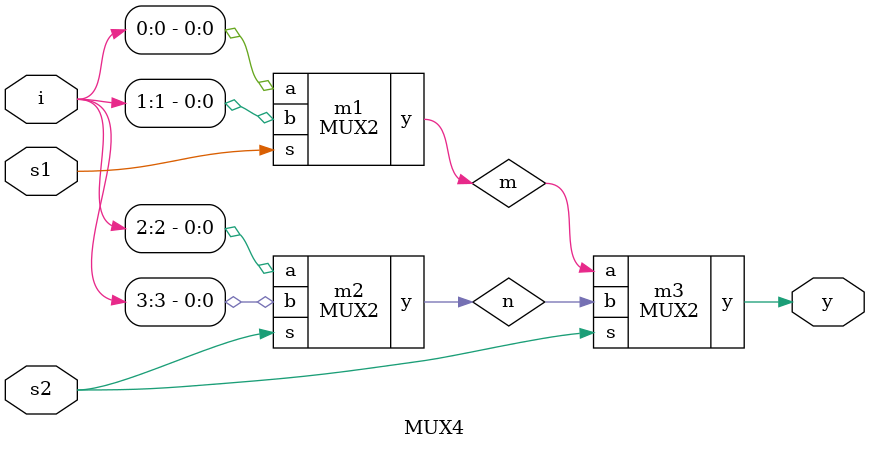
<source format=v>
module MUX2(input wire a,b,s,output wire y);
assign y = (s==0)?a:b;
endmodule

module MUX4(input wire[3:0] i,input wire s1,s2,output wire y);
wire m,n;
MUX2 m1(i[0],i[1],s1,m);
MUX2 m2(i[2],i[3],s2,n);
MUX2 m3(m,n,s2,y);
endmodule

</source>
